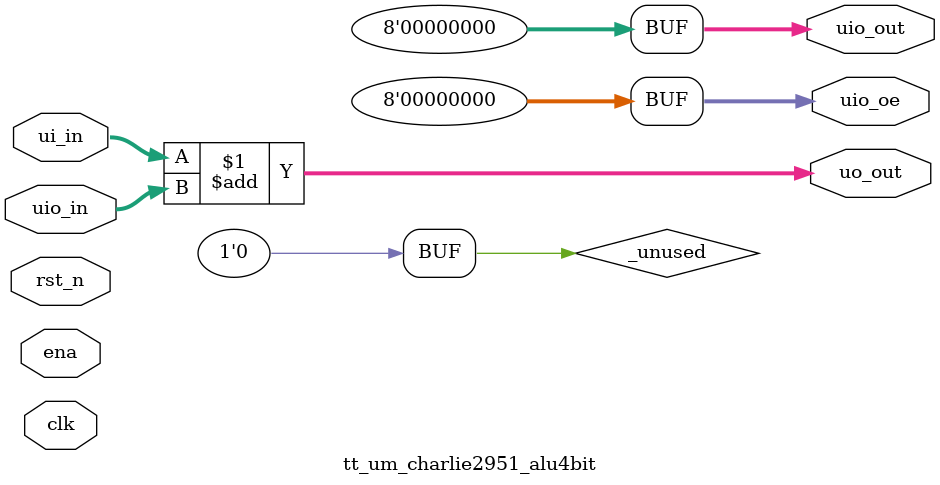
<source format=v>
/*
 * Copyright (c) 2024 Your Name
 * SPDX-License-Identifier: Apache-2.0
 */

`default_nettype none

module tt_um_charlie2951_alu4bit (
    input  wire [7:0] ui_in,    // Dedicated inputs
    output wire [7:0] uo_out,   // Dedicated outputs
    input  wire [7:0] uio_in,   // IOs: Input path
    output wire [7:0] uio_out,  // IOs: Output path
    output wire [7:0] uio_oe,   // IOs: Enable path (active high: 0=input, 1=output)
    input  wire       ena,      // always 1 when the design is powered, so you can ignore it
    input  wire       clk,      // clock
    input  wire       rst_n     // reset_n - low to reset
);

  // All output pins must be assigned. If not used, assign to 0.
  assign uo_out  = ui_in + uio_in;  // Example: ou_out is the sum of ui_in and uio_in
  assign uio_out = 0;
  assign uio_oe  = 0;

  // List all unused inputs to prevent warnings
    wire _unused = &{ena, clk, rst_n,uio_in[3],uio_in[4],uio_in[5],uio_in[6],uio_in[7], 1'b0};

endmodule

</source>
